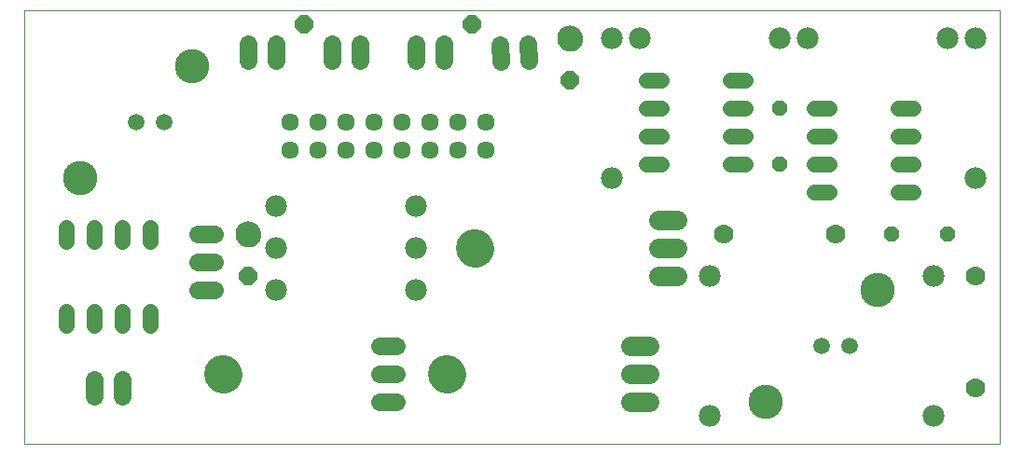
<source format=gbs>
G75*
%MOIN*%
%OFA0B0*%
%FSLAX25Y25*%
%IPPOS*%
%LPD*%
%AMOC8*
5,1,8,0,0,1.08239X$1,22.5*
%
%ADD10C,0.00000*%
%ADD11C,0.09061*%
%ADD12C,0.05904*%
%ADD13C,0.12270*%
%ADD14C,0.05600*%
%ADD15C,0.06400*%
%ADD16C,0.13400*%
%ADD17C,0.06337*%
%ADD18C,0.07000*%
%ADD19OC8,0.05600*%
%ADD20C,0.07000*%
%ADD21C,0.07800*%
%ADD22OC8,0.06400*%
D10*
X0001500Y0003000D02*
X0001500Y0157961D01*
X0350201Y0157961D01*
X0350201Y0003000D01*
X0001500Y0003000D01*
X0066000Y0028000D02*
X0066002Y0028161D01*
X0066008Y0028321D01*
X0066018Y0028482D01*
X0066032Y0028642D01*
X0066050Y0028802D01*
X0066071Y0028961D01*
X0066097Y0029120D01*
X0066127Y0029278D01*
X0066160Y0029435D01*
X0066198Y0029592D01*
X0066239Y0029747D01*
X0066284Y0029901D01*
X0066333Y0030054D01*
X0066386Y0030206D01*
X0066442Y0030357D01*
X0066503Y0030506D01*
X0066566Y0030654D01*
X0066634Y0030800D01*
X0066705Y0030944D01*
X0066779Y0031086D01*
X0066857Y0031227D01*
X0066939Y0031365D01*
X0067024Y0031502D01*
X0067112Y0031636D01*
X0067204Y0031768D01*
X0067299Y0031898D01*
X0067397Y0032026D01*
X0067498Y0032151D01*
X0067602Y0032273D01*
X0067709Y0032393D01*
X0067819Y0032510D01*
X0067932Y0032625D01*
X0068048Y0032736D01*
X0068167Y0032845D01*
X0068288Y0032950D01*
X0068412Y0033053D01*
X0068538Y0033153D01*
X0068666Y0033249D01*
X0068797Y0033342D01*
X0068931Y0033432D01*
X0069066Y0033519D01*
X0069204Y0033602D01*
X0069343Y0033682D01*
X0069485Y0033758D01*
X0069628Y0033831D01*
X0069773Y0033900D01*
X0069920Y0033966D01*
X0070068Y0034028D01*
X0070218Y0034086D01*
X0070369Y0034141D01*
X0070522Y0034192D01*
X0070676Y0034239D01*
X0070831Y0034282D01*
X0070987Y0034321D01*
X0071143Y0034357D01*
X0071301Y0034388D01*
X0071459Y0034416D01*
X0071618Y0034440D01*
X0071778Y0034460D01*
X0071938Y0034476D01*
X0072098Y0034488D01*
X0072259Y0034496D01*
X0072420Y0034500D01*
X0072580Y0034500D01*
X0072741Y0034496D01*
X0072902Y0034488D01*
X0073062Y0034476D01*
X0073222Y0034460D01*
X0073382Y0034440D01*
X0073541Y0034416D01*
X0073699Y0034388D01*
X0073857Y0034357D01*
X0074013Y0034321D01*
X0074169Y0034282D01*
X0074324Y0034239D01*
X0074478Y0034192D01*
X0074631Y0034141D01*
X0074782Y0034086D01*
X0074932Y0034028D01*
X0075080Y0033966D01*
X0075227Y0033900D01*
X0075372Y0033831D01*
X0075515Y0033758D01*
X0075657Y0033682D01*
X0075796Y0033602D01*
X0075934Y0033519D01*
X0076069Y0033432D01*
X0076203Y0033342D01*
X0076334Y0033249D01*
X0076462Y0033153D01*
X0076588Y0033053D01*
X0076712Y0032950D01*
X0076833Y0032845D01*
X0076952Y0032736D01*
X0077068Y0032625D01*
X0077181Y0032510D01*
X0077291Y0032393D01*
X0077398Y0032273D01*
X0077502Y0032151D01*
X0077603Y0032026D01*
X0077701Y0031898D01*
X0077796Y0031768D01*
X0077888Y0031636D01*
X0077976Y0031502D01*
X0078061Y0031365D01*
X0078143Y0031227D01*
X0078221Y0031086D01*
X0078295Y0030944D01*
X0078366Y0030800D01*
X0078434Y0030654D01*
X0078497Y0030506D01*
X0078558Y0030357D01*
X0078614Y0030206D01*
X0078667Y0030054D01*
X0078716Y0029901D01*
X0078761Y0029747D01*
X0078802Y0029592D01*
X0078840Y0029435D01*
X0078873Y0029278D01*
X0078903Y0029120D01*
X0078929Y0028961D01*
X0078950Y0028802D01*
X0078968Y0028642D01*
X0078982Y0028482D01*
X0078992Y0028321D01*
X0078998Y0028161D01*
X0079000Y0028000D01*
X0078998Y0027839D01*
X0078992Y0027679D01*
X0078982Y0027518D01*
X0078968Y0027358D01*
X0078950Y0027198D01*
X0078929Y0027039D01*
X0078903Y0026880D01*
X0078873Y0026722D01*
X0078840Y0026565D01*
X0078802Y0026408D01*
X0078761Y0026253D01*
X0078716Y0026099D01*
X0078667Y0025946D01*
X0078614Y0025794D01*
X0078558Y0025643D01*
X0078497Y0025494D01*
X0078434Y0025346D01*
X0078366Y0025200D01*
X0078295Y0025056D01*
X0078221Y0024914D01*
X0078143Y0024773D01*
X0078061Y0024635D01*
X0077976Y0024498D01*
X0077888Y0024364D01*
X0077796Y0024232D01*
X0077701Y0024102D01*
X0077603Y0023974D01*
X0077502Y0023849D01*
X0077398Y0023727D01*
X0077291Y0023607D01*
X0077181Y0023490D01*
X0077068Y0023375D01*
X0076952Y0023264D01*
X0076833Y0023155D01*
X0076712Y0023050D01*
X0076588Y0022947D01*
X0076462Y0022847D01*
X0076334Y0022751D01*
X0076203Y0022658D01*
X0076069Y0022568D01*
X0075934Y0022481D01*
X0075796Y0022398D01*
X0075657Y0022318D01*
X0075515Y0022242D01*
X0075372Y0022169D01*
X0075227Y0022100D01*
X0075080Y0022034D01*
X0074932Y0021972D01*
X0074782Y0021914D01*
X0074631Y0021859D01*
X0074478Y0021808D01*
X0074324Y0021761D01*
X0074169Y0021718D01*
X0074013Y0021679D01*
X0073857Y0021643D01*
X0073699Y0021612D01*
X0073541Y0021584D01*
X0073382Y0021560D01*
X0073222Y0021540D01*
X0073062Y0021524D01*
X0072902Y0021512D01*
X0072741Y0021504D01*
X0072580Y0021500D01*
X0072420Y0021500D01*
X0072259Y0021504D01*
X0072098Y0021512D01*
X0071938Y0021524D01*
X0071778Y0021540D01*
X0071618Y0021560D01*
X0071459Y0021584D01*
X0071301Y0021612D01*
X0071143Y0021643D01*
X0070987Y0021679D01*
X0070831Y0021718D01*
X0070676Y0021761D01*
X0070522Y0021808D01*
X0070369Y0021859D01*
X0070218Y0021914D01*
X0070068Y0021972D01*
X0069920Y0022034D01*
X0069773Y0022100D01*
X0069628Y0022169D01*
X0069485Y0022242D01*
X0069343Y0022318D01*
X0069204Y0022398D01*
X0069066Y0022481D01*
X0068931Y0022568D01*
X0068797Y0022658D01*
X0068666Y0022751D01*
X0068538Y0022847D01*
X0068412Y0022947D01*
X0068288Y0023050D01*
X0068167Y0023155D01*
X0068048Y0023264D01*
X0067932Y0023375D01*
X0067819Y0023490D01*
X0067709Y0023607D01*
X0067602Y0023727D01*
X0067498Y0023849D01*
X0067397Y0023974D01*
X0067299Y0024102D01*
X0067204Y0024232D01*
X0067112Y0024364D01*
X0067024Y0024498D01*
X0066939Y0024635D01*
X0066857Y0024773D01*
X0066779Y0024914D01*
X0066705Y0025056D01*
X0066634Y0025200D01*
X0066566Y0025346D01*
X0066503Y0025494D01*
X0066442Y0025643D01*
X0066386Y0025794D01*
X0066333Y0025946D01*
X0066284Y0026099D01*
X0066239Y0026253D01*
X0066198Y0026408D01*
X0066160Y0026565D01*
X0066127Y0026722D01*
X0066097Y0026880D01*
X0066071Y0027039D01*
X0066050Y0027198D01*
X0066032Y0027358D01*
X0066018Y0027518D01*
X0066008Y0027679D01*
X0066002Y0027839D01*
X0066000Y0028000D01*
X0146000Y0028000D02*
X0146002Y0028161D01*
X0146008Y0028321D01*
X0146018Y0028482D01*
X0146032Y0028642D01*
X0146050Y0028802D01*
X0146071Y0028961D01*
X0146097Y0029120D01*
X0146127Y0029278D01*
X0146160Y0029435D01*
X0146198Y0029592D01*
X0146239Y0029747D01*
X0146284Y0029901D01*
X0146333Y0030054D01*
X0146386Y0030206D01*
X0146442Y0030357D01*
X0146503Y0030506D01*
X0146566Y0030654D01*
X0146634Y0030800D01*
X0146705Y0030944D01*
X0146779Y0031086D01*
X0146857Y0031227D01*
X0146939Y0031365D01*
X0147024Y0031502D01*
X0147112Y0031636D01*
X0147204Y0031768D01*
X0147299Y0031898D01*
X0147397Y0032026D01*
X0147498Y0032151D01*
X0147602Y0032273D01*
X0147709Y0032393D01*
X0147819Y0032510D01*
X0147932Y0032625D01*
X0148048Y0032736D01*
X0148167Y0032845D01*
X0148288Y0032950D01*
X0148412Y0033053D01*
X0148538Y0033153D01*
X0148666Y0033249D01*
X0148797Y0033342D01*
X0148931Y0033432D01*
X0149066Y0033519D01*
X0149204Y0033602D01*
X0149343Y0033682D01*
X0149485Y0033758D01*
X0149628Y0033831D01*
X0149773Y0033900D01*
X0149920Y0033966D01*
X0150068Y0034028D01*
X0150218Y0034086D01*
X0150369Y0034141D01*
X0150522Y0034192D01*
X0150676Y0034239D01*
X0150831Y0034282D01*
X0150987Y0034321D01*
X0151143Y0034357D01*
X0151301Y0034388D01*
X0151459Y0034416D01*
X0151618Y0034440D01*
X0151778Y0034460D01*
X0151938Y0034476D01*
X0152098Y0034488D01*
X0152259Y0034496D01*
X0152420Y0034500D01*
X0152580Y0034500D01*
X0152741Y0034496D01*
X0152902Y0034488D01*
X0153062Y0034476D01*
X0153222Y0034460D01*
X0153382Y0034440D01*
X0153541Y0034416D01*
X0153699Y0034388D01*
X0153857Y0034357D01*
X0154013Y0034321D01*
X0154169Y0034282D01*
X0154324Y0034239D01*
X0154478Y0034192D01*
X0154631Y0034141D01*
X0154782Y0034086D01*
X0154932Y0034028D01*
X0155080Y0033966D01*
X0155227Y0033900D01*
X0155372Y0033831D01*
X0155515Y0033758D01*
X0155657Y0033682D01*
X0155796Y0033602D01*
X0155934Y0033519D01*
X0156069Y0033432D01*
X0156203Y0033342D01*
X0156334Y0033249D01*
X0156462Y0033153D01*
X0156588Y0033053D01*
X0156712Y0032950D01*
X0156833Y0032845D01*
X0156952Y0032736D01*
X0157068Y0032625D01*
X0157181Y0032510D01*
X0157291Y0032393D01*
X0157398Y0032273D01*
X0157502Y0032151D01*
X0157603Y0032026D01*
X0157701Y0031898D01*
X0157796Y0031768D01*
X0157888Y0031636D01*
X0157976Y0031502D01*
X0158061Y0031365D01*
X0158143Y0031227D01*
X0158221Y0031086D01*
X0158295Y0030944D01*
X0158366Y0030800D01*
X0158434Y0030654D01*
X0158497Y0030506D01*
X0158558Y0030357D01*
X0158614Y0030206D01*
X0158667Y0030054D01*
X0158716Y0029901D01*
X0158761Y0029747D01*
X0158802Y0029592D01*
X0158840Y0029435D01*
X0158873Y0029278D01*
X0158903Y0029120D01*
X0158929Y0028961D01*
X0158950Y0028802D01*
X0158968Y0028642D01*
X0158982Y0028482D01*
X0158992Y0028321D01*
X0158998Y0028161D01*
X0159000Y0028000D01*
X0158998Y0027839D01*
X0158992Y0027679D01*
X0158982Y0027518D01*
X0158968Y0027358D01*
X0158950Y0027198D01*
X0158929Y0027039D01*
X0158903Y0026880D01*
X0158873Y0026722D01*
X0158840Y0026565D01*
X0158802Y0026408D01*
X0158761Y0026253D01*
X0158716Y0026099D01*
X0158667Y0025946D01*
X0158614Y0025794D01*
X0158558Y0025643D01*
X0158497Y0025494D01*
X0158434Y0025346D01*
X0158366Y0025200D01*
X0158295Y0025056D01*
X0158221Y0024914D01*
X0158143Y0024773D01*
X0158061Y0024635D01*
X0157976Y0024498D01*
X0157888Y0024364D01*
X0157796Y0024232D01*
X0157701Y0024102D01*
X0157603Y0023974D01*
X0157502Y0023849D01*
X0157398Y0023727D01*
X0157291Y0023607D01*
X0157181Y0023490D01*
X0157068Y0023375D01*
X0156952Y0023264D01*
X0156833Y0023155D01*
X0156712Y0023050D01*
X0156588Y0022947D01*
X0156462Y0022847D01*
X0156334Y0022751D01*
X0156203Y0022658D01*
X0156069Y0022568D01*
X0155934Y0022481D01*
X0155796Y0022398D01*
X0155657Y0022318D01*
X0155515Y0022242D01*
X0155372Y0022169D01*
X0155227Y0022100D01*
X0155080Y0022034D01*
X0154932Y0021972D01*
X0154782Y0021914D01*
X0154631Y0021859D01*
X0154478Y0021808D01*
X0154324Y0021761D01*
X0154169Y0021718D01*
X0154013Y0021679D01*
X0153857Y0021643D01*
X0153699Y0021612D01*
X0153541Y0021584D01*
X0153382Y0021560D01*
X0153222Y0021540D01*
X0153062Y0021524D01*
X0152902Y0021512D01*
X0152741Y0021504D01*
X0152580Y0021500D01*
X0152420Y0021500D01*
X0152259Y0021504D01*
X0152098Y0021512D01*
X0151938Y0021524D01*
X0151778Y0021540D01*
X0151618Y0021560D01*
X0151459Y0021584D01*
X0151301Y0021612D01*
X0151143Y0021643D01*
X0150987Y0021679D01*
X0150831Y0021718D01*
X0150676Y0021761D01*
X0150522Y0021808D01*
X0150369Y0021859D01*
X0150218Y0021914D01*
X0150068Y0021972D01*
X0149920Y0022034D01*
X0149773Y0022100D01*
X0149628Y0022169D01*
X0149485Y0022242D01*
X0149343Y0022318D01*
X0149204Y0022398D01*
X0149066Y0022481D01*
X0148931Y0022568D01*
X0148797Y0022658D01*
X0148666Y0022751D01*
X0148538Y0022847D01*
X0148412Y0022947D01*
X0148288Y0023050D01*
X0148167Y0023155D01*
X0148048Y0023264D01*
X0147932Y0023375D01*
X0147819Y0023490D01*
X0147709Y0023607D01*
X0147602Y0023727D01*
X0147498Y0023849D01*
X0147397Y0023974D01*
X0147299Y0024102D01*
X0147204Y0024232D01*
X0147112Y0024364D01*
X0147024Y0024498D01*
X0146939Y0024635D01*
X0146857Y0024773D01*
X0146779Y0024914D01*
X0146705Y0025056D01*
X0146634Y0025200D01*
X0146566Y0025346D01*
X0146503Y0025494D01*
X0146442Y0025643D01*
X0146386Y0025794D01*
X0146333Y0025946D01*
X0146284Y0026099D01*
X0146239Y0026253D01*
X0146198Y0026408D01*
X0146160Y0026565D01*
X0146127Y0026722D01*
X0146097Y0026880D01*
X0146071Y0027039D01*
X0146050Y0027198D01*
X0146032Y0027358D01*
X0146018Y0027518D01*
X0146008Y0027679D01*
X0146002Y0027839D01*
X0146000Y0028000D01*
X0156000Y0073000D02*
X0156002Y0073161D01*
X0156008Y0073321D01*
X0156018Y0073482D01*
X0156032Y0073642D01*
X0156050Y0073802D01*
X0156071Y0073961D01*
X0156097Y0074120D01*
X0156127Y0074278D01*
X0156160Y0074435D01*
X0156198Y0074592D01*
X0156239Y0074747D01*
X0156284Y0074901D01*
X0156333Y0075054D01*
X0156386Y0075206D01*
X0156442Y0075357D01*
X0156503Y0075506D01*
X0156566Y0075654D01*
X0156634Y0075800D01*
X0156705Y0075944D01*
X0156779Y0076086D01*
X0156857Y0076227D01*
X0156939Y0076365D01*
X0157024Y0076502D01*
X0157112Y0076636D01*
X0157204Y0076768D01*
X0157299Y0076898D01*
X0157397Y0077026D01*
X0157498Y0077151D01*
X0157602Y0077273D01*
X0157709Y0077393D01*
X0157819Y0077510D01*
X0157932Y0077625D01*
X0158048Y0077736D01*
X0158167Y0077845D01*
X0158288Y0077950D01*
X0158412Y0078053D01*
X0158538Y0078153D01*
X0158666Y0078249D01*
X0158797Y0078342D01*
X0158931Y0078432D01*
X0159066Y0078519D01*
X0159204Y0078602D01*
X0159343Y0078682D01*
X0159485Y0078758D01*
X0159628Y0078831D01*
X0159773Y0078900D01*
X0159920Y0078966D01*
X0160068Y0079028D01*
X0160218Y0079086D01*
X0160369Y0079141D01*
X0160522Y0079192D01*
X0160676Y0079239D01*
X0160831Y0079282D01*
X0160987Y0079321D01*
X0161143Y0079357D01*
X0161301Y0079388D01*
X0161459Y0079416D01*
X0161618Y0079440D01*
X0161778Y0079460D01*
X0161938Y0079476D01*
X0162098Y0079488D01*
X0162259Y0079496D01*
X0162420Y0079500D01*
X0162580Y0079500D01*
X0162741Y0079496D01*
X0162902Y0079488D01*
X0163062Y0079476D01*
X0163222Y0079460D01*
X0163382Y0079440D01*
X0163541Y0079416D01*
X0163699Y0079388D01*
X0163857Y0079357D01*
X0164013Y0079321D01*
X0164169Y0079282D01*
X0164324Y0079239D01*
X0164478Y0079192D01*
X0164631Y0079141D01*
X0164782Y0079086D01*
X0164932Y0079028D01*
X0165080Y0078966D01*
X0165227Y0078900D01*
X0165372Y0078831D01*
X0165515Y0078758D01*
X0165657Y0078682D01*
X0165796Y0078602D01*
X0165934Y0078519D01*
X0166069Y0078432D01*
X0166203Y0078342D01*
X0166334Y0078249D01*
X0166462Y0078153D01*
X0166588Y0078053D01*
X0166712Y0077950D01*
X0166833Y0077845D01*
X0166952Y0077736D01*
X0167068Y0077625D01*
X0167181Y0077510D01*
X0167291Y0077393D01*
X0167398Y0077273D01*
X0167502Y0077151D01*
X0167603Y0077026D01*
X0167701Y0076898D01*
X0167796Y0076768D01*
X0167888Y0076636D01*
X0167976Y0076502D01*
X0168061Y0076365D01*
X0168143Y0076227D01*
X0168221Y0076086D01*
X0168295Y0075944D01*
X0168366Y0075800D01*
X0168434Y0075654D01*
X0168497Y0075506D01*
X0168558Y0075357D01*
X0168614Y0075206D01*
X0168667Y0075054D01*
X0168716Y0074901D01*
X0168761Y0074747D01*
X0168802Y0074592D01*
X0168840Y0074435D01*
X0168873Y0074278D01*
X0168903Y0074120D01*
X0168929Y0073961D01*
X0168950Y0073802D01*
X0168968Y0073642D01*
X0168982Y0073482D01*
X0168992Y0073321D01*
X0168998Y0073161D01*
X0169000Y0073000D01*
X0168998Y0072839D01*
X0168992Y0072679D01*
X0168982Y0072518D01*
X0168968Y0072358D01*
X0168950Y0072198D01*
X0168929Y0072039D01*
X0168903Y0071880D01*
X0168873Y0071722D01*
X0168840Y0071565D01*
X0168802Y0071408D01*
X0168761Y0071253D01*
X0168716Y0071099D01*
X0168667Y0070946D01*
X0168614Y0070794D01*
X0168558Y0070643D01*
X0168497Y0070494D01*
X0168434Y0070346D01*
X0168366Y0070200D01*
X0168295Y0070056D01*
X0168221Y0069914D01*
X0168143Y0069773D01*
X0168061Y0069635D01*
X0167976Y0069498D01*
X0167888Y0069364D01*
X0167796Y0069232D01*
X0167701Y0069102D01*
X0167603Y0068974D01*
X0167502Y0068849D01*
X0167398Y0068727D01*
X0167291Y0068607D01*
X0167181Y0068490D01*
X0167068Y0068375D01*
X0166952Y0068264D01*
X0166833Y0068155D01*
X0166712Y0068050D01*
X0166588Y0067947D01*
X0166462Y0067847D01*
X0166334Y0067751D01*
X0166203Y0067658D01*
X0166069Y0067568D01*
X0165934Y0067481D01*
X0165796Y0067398D01*
X0165657Y0067318D01*
X0165515Y0067242D01*
X0165372Y0067169D01*
X0165227Y0067100D01*
X0165080Y0067034D01*
X0164932Y0066972D01*
X0164782Y0066914D01*
X0164631Y0066859D01*
X0164478Y0066808D01*
X0164324Y0066761D01*
X0164169Y0066718D01*
X0164013Y0066679D01*
X0163857Y0066643D01*
X0163699Y0066612D01*
X0163541Y0066584D01*
X0163382Y0066560D01*
X0163222Y0066540D01*
X0163062Y0066524D01*
X0162902Y0066512D01*
X0162741Y0066504D01*
X0162580Y0066500D01*
X0162420Y0066500D01*
X0162259Y0066504D01*
X0162098Y0066512D01*
X0161938Y0066524D01*
X0161778Y0066540D01*
X0161618Y0066560D01*
X0161459Y0066584D01*
X0161301Y0066612D01*
X0161143Y0066643D01*
X0160987Y0066679D01*
X0160831Y0066718D01*
X0160676Y0066761D01*
X0160522Y0066808D01*
X0160369Y0066859D01*
X0160218Y0066914D01*
X0160068Y0066972D01*
X0159920Y0067034D01*
X0159773Y0067100D01*
X0159628Y0067169D01*
X0159485Y0067242D01*
X0159343Y0067318D01*
X0159204Y0067398D01*
X0159066Y0067481D01*
X0158931Y0067568D01*
X0158797Y0067658D01*
X0158666Y0067751D01*
X0158538Y0067847D01*
X0158412Y0067947D01*
X0158288Y0068050D01*
X0158167Y0068155D01*
X0158048Y0068264D01*
X0157932Y0068375D01*
X0157819Y0068490D01*
X0157709Y0068607D01*
X0157602Y0068727D01*
X0157498Y0068849D01*
X0157397Y0068974D01*
X0157299Y0069102D01*
X0157204Y0069232D01*
X0157112Y0069364D01*
X0157024Y0069498D01*
X0156939Y0069635D01*
X0156857Y0069773D01*
X0156779Y0069914D01*
X0156705Y0070056D01*
X0156634Y0070200D01*
X0156566Y0070346D01*
X0156503Y0070494D01*
X0156442Y0070643D01*
X0156386Y0070794D01*
X0156333Y0070946D01*
X0156284Y0071099D01*
X0156239Y0071253D01*
X0156198Y0071408D01*
X0156160Y0071565D01*
X0156127Y0071722D01*
X0156097Y0071880D01*
X0156071Y0072039D01*
X0156050Y0072198D01*
X0156032Y0072358D01*
X0156018Y0072518D01*
X0156008Y0072679D01*
X0156002Y0072839D01*
X0156000Y0073000D01*
X0077169Y0078000D02*
X0077171Y0078131D01*
X0077177Y0078263D01*
X0077187Y0078394D01*
X0077201Y0078525D01*
X0077219Y0078655D01*
X0077241Y0078784D01*
X0077266Y0078913D01*
X0077296Y0079041D01*
X0077330Y0079168D01*
X0077367Y0079295D01*
X0077408Y0079419D01*
X0077453Y0079543D01*
X0077502Y0079665D01*
X0077554Y0079786D01*
X0077610Y0079904D01*
X0077670Y0080022D01*
X0077733Y0080137D01*
X0077800Y0080250D01*
X0077870Y0080362D01*
X0077943Y0080471D01*
X0078019Y0080577D01*
X0078099Y0080682D01*
X0078182Y0080784D01*
X0078268Y0080883D01*
X0078357Y0080980D01*
X0078449Y0081074D01*
X0078544Y0081165D01*
X0078641Y0081254D01*
X0078741Y0081339D01*
X0078844Y0081421D01*
X0078949Y0081500D01*
X0079056Y0081576D01*
X0079166Y0081648D01*
X0079278Y0081717D01*
X0079392Y0081783D01*
X0079507Y0081845D01*
X0079625Y0081904D01*
X0079744Y0081959D01*
X0079865Y0082011D01*
X0079988Y0082058D01*
X0080112Y0082102D01*
X0080237Y0082143D01*
X0080363Y0082179D01*
X0080491Y0082212D01*
X0080619Y0082240D01*
X0080748Y0082265D01*
X0080878Y0082286D01*
X0081008Y0082303D01*
X0081139Y0082316D01*
X0081270Y0082325D01*
X0081401Y0082330D01*
X0081533Y0082331D01*
X0081664Y0082328D01*
X0081796Y0082321D01*
X0081927Y0082310D01*
X0082057Y0082295D01*
X0082187Y0082276D01*
X0082317Y0082253D01*
X0082445Y0082227D01*
X0082573Y0082196D01*
X0082700Y0082161D01*
X0082826Y0082123D01*
X0082950Y0082081D01*
X0083074Y0082035D01*
X0083195Y0081985D01*
X0083315Y0081932D01*
X0083434Y0081875D01*
X0083551Y0081815D01*
X0083665Y0081751D01*
X0083778Y0081683D01*
X0083889Y0081612D01*
X0083998Y0081538D01*
X0084104Y0081461D01*
X0084208Y0081380D01*
X0084309Y0081297D01*
X0084408Y0081210D01*
X0084504Y0081120D01*
X0084597Y0081027D01*
X0084688Y0080932D01*
X0084775Y0080834D01*
X0084860Y0080733D01*
X0084941Y0080630D01*
X0085019Y0080524D01*
X0085094Y0080416D01*
X0085166Y0080306D01*
X0085234Y0080194D01*
X0085299Y0080080D01*
X0085360Y0079963D01*
X0085418Y0079845D01*
X0085472Y0079725D01*
X0085523Y0079604D01*
X0085570Y0079481D01*
X0085613Y0079357D01*
X0085652Y0079232D01*
X0085688Y0079105D01*
X0085719Y0078977D01*
X0085747Y0078849D01*
X0085771Y0078720D01*
X0085791Y0078590D01*
X0085807Y0078459D01*
X0085819Y0078328D01*
X0085827Y0078197D01*
X0085831Y0078066D01*
X0085831Y0077934D01*
X0085827Y0077803D01*
X0085819Y0077672D01*
X0085807Y0077541D01*
X0085791Y0077410D01*
X0085771Y0077280D01*
X0085747Y0077151D01*
X0085719Y0077023D01*
X0085688Y0076895D01*
X0085652Y0076768D01*
X0085613Y0076643D01*
X0085570Y0076519D01*
X0085523Y0076396D01*
X0085472Y0076275D01*
X0085418Y0076155D01*
X0085360Y0076037D01*
X0085299Y0075920D01*
X0085234Y0075806D01*
X0085166Y0075694D01*
X0085094Y0075584D01*
X0085019Y0075476D01*
X0084941Y0075370D01*
X0084860Y0075267D01*
X0084775Y0075166D01*
X0084688Y0075068D01*
X0084597Y0074973D01*
X0084504Y0074880D01*
X0084408Y0074790D01*
X0084309Y0074703D01*
X0084208Y0074620D01*
X0084104Y0074539D01*
X0083998Y0074462D01*
X0083889Y0074388D01*
X0083778Y0074317D01*
X0083666Y0074249D01*
X0083551Y0074185D01*
X0083434Y0074125D01*
X0083315Y0074068D01*
X0083195Y0074015D01*
X0083074Y0073965D01*
X0082950Y0073919D01*
X0082826Y0073877D01*
X0082700Y0073839D01*
X0082573Y0073804D01*
X0082445Y0073773D01*
X0082317Y0073747D01*
X0082187Y0073724D01*
X0082057Y0073705D01*
X0081927Y0073690D01*
X0081796Y0073679D01*
X0081664Y0073672D01*
X0081533Y0073669D01*
X0081401Y0073670D01*
X0081270Y0073675D01*
X0081139Y0073684D01*
X0081008Y0073697D01*
X0080878Y0073714D01*
X0080748Y0073735D01*
X0080619Y0073760D01*
X0080491Y0073788D01*
X0080363Y0073821D01*
X0080237Y0073857D01*
X0080112Y0073898D01*
X0079988Y0073942D01*
X0079865Y0073989D01*
X0079744Y0074041D01*
X0079625Y0074096D01*
X0079507Y0074155D01*
X0079392Y0074217D01*
X0079278Y0074283D01*
X0079166Y0074352D01*
X0079056Y0074424D01*
X0078949Y0074500D01*
X0078844Y0074579D01*
X0078741Y0074661D01*
X0078641Y0074746D01*
X0078544Y0074835D01*
X0078449Y0074926D01*
X0078357Y0075020D01*
X0078268Y0075117D01*
X0078182Y0075216D01*
X0078099Y0075318D01*
X0078019Y0075423D01*
X0077943Y0075529D01*
X0077870Y0075638D01*
X0077800Y0075750D01*
X0077733Y0075863D01*
X0077670Y0075978D01*
X0077610Y0076096D01*
X0077554Y0076214D01*
X0077502Y0076335D01*
X0077453Y0076457D01*
X0077408Y0076581D01*
X0077367Y0076705D01*
X0077330Y0076832D01*
X0077296Y0076959D01*
X0077266Y0077087D01*
X0077241Y0077216D01*
X0077219Y0077345D01*
X0077201Y0077475D01*
X0077187Y0077606D01*
X0077177Y0077737D01*
X0077171Y0077869D01*
X0077169Y0078000D01*
X0192169Y0148000D02*
X0192171Y0148131D01*
X0192177Y0148263D01*
X0192187Y0148394D01*
X0192201Y0148525D01*
X0192219Y0148655D01*
X0192241Y0148784D01*
X0192266Y0148913D01*
X0192296Y0149041D01*
X0192330Y0149168D01*
X0192367Y0149295D01*
X0192408Y0149419D01*
X0192453Y0149543D01*
X0192502Y0149665D01*
X0192554Y0149786D01*
X0192610Y0149904D01*
X0192670Y0150022D01*
X0192733Y0150137D01*
X0192800Y0150250D01*
X0192870Y0150362D01*
X0192943Y0150471D01*
X0193019Y0150577D01*
X0193099Y0150682D01*
X0193182Y0150784D01*
X0193268Y0150883D01*
X0193357Y0150980D01*
X0193449Y0151074D01*
X0193544Y0151165D01*
X0193641Y0151254D01*
X0193741Y0151339D01*
X0193844Y0151421D01*
X0193949Y0151500D01*
X0194056Y0151576D01*
X0194166Y0151648D01*
X0194278Y0151717D01*
X0194392Y0151783D01*
X0194507Y0151845D01*
X0194625Y0151904D01*
X0194744Y0151959D01*
X0194865Y0152011D01*
X0194988Y0152058D01*
X0195112Y0152102D01*
X0195237Y0152143D01*
X0195363Y0152179D01*
X0195491Y0152212D01*
X0195619Y0152240D01*
X0195748Y0152265D01*
X0195878Y0152286D01*
X0196008Y0152303D01*
X0196139Y0152316D01*
X0196270Y0152325D01*
X0196401Y0152330D01*
X0196533Y0152331D01*
X0196664Y0152328D01*
X0196796Y0152321D01*
X0196927Y0152310D01*
X0197057Y0152295D01*
X0197187Y0152276D01*
X0197317Y0152253D01*
X0197445Y0152227D01*
X0197573Y0152196D01*
X0197700Y0152161D01*
X0197826Y0152123D01*
X0197950Y0152081D01*
X0198074Y0152035D01*
X0198195Y0151985D01*
X0198315Y0151932D01*
X0198434Y0151875D01*
X0198551Y0151815D01*
X0198665Y0151751D01*
X0198778Y0151683D01*
X0198889Y0151612D01*
X0198998Y0151538D01*
X0199104Y0151461D01*
X0199208Y0151380D01*
X0199309Y0151297D01*
X0199408Y0151210D01*
X0199504Y0151120D01*
X0199597Y0151027D01*
X0199688Y0150932D01*
X0199775Y0150834D01*
X0199860Y0150733D01*
X0199941Y0150630D01*
X0200019Y0150524D01*
X0200094Y0150416D01*
X0200166Y0150306D01*
X0200234Y0150194D01*
X0200299Y0150080D01*
X0200360Y0149963D01*
X0200418Y0149845D01*
X0200472Y0149725D01*
X0200523Y0149604D01*
X0200570Y0149481D01*
X0200613Y0149357D01*
X0200652Y0149232D01*
X0200688Y0149105D01*
X0200719Y0148977D01*
X0200747Y0148849D01*
X0200771Y0148720D01*
X0200791Y0148590D01*
X0200807Y0148459D01*
X0200819Y0148328D01*
X0200827Y0148197D01*
X0200831Y0148066D01*
X0200831Y0147934D01*
X0200827Y0147803D01*
X0200819Y0147672D01*
X0200807Y0147541D01*
X0200791Y0147410D01*
X0200771Y0147280D01*
X0200747Y0147151D01*
X0200719Y0147023D01*
X0200688Y0146895D01*
X0200652Y0146768D01*
X0200613Y0146643D01*
X0200570Y0146519D01*
X0200523Y0146396D01*
X0200472Y0146275D01*
X0200418Y0146155D01*
X0200360Y0146037D01*
X0200299Y0145920D01*
X0200234Y0145806D01*
X0200166Y0145694D01*
X0200094Y0145584D01*
X0200019Y0145476D01*
X0199941Y0145370D01*
X0199860Y0145267D01*
X0199775Y0145166D01*
X0199688Y0145068D01*
X0199597Y0144973D01*
X0199504Y0144880D01*
X0199408Y0144790D01*
X0199309Y0144703D01*
X0199208Y0144620D01*
X0199104Y0144539D01*
X0198998Y0144462D01*
X0198889Y0144388D01*
X0198778Y0144317D01*
X0198666Y0144249D01*
X0198551Y0144185D01*
X0198434Y0144125D01*
X0198315Y0144068D01*
X0198195Y0144015D01*
X0198074Y0143965D01*
X0197950Y0143919D01*
X0197826Y0143877D01*
X0197700Y0143839D01*
X0197573Y0143804D01*
X0197445Y0143773D01*
X0197317Y0143747D01*
X0197187Y0143724D01*
X0197057Y0143705D01*
X0196927Y0143690D01*
X0196796Y0143679D01*
X0196664Y0143672D01*
X0196533Y0143669D01*
X0196401Y0143670D01*
X0196270Y0143675D01*
X0196139Y0143684D01*
X0196008Y0143697D01*
X0195878Y0143714D01*
X0195748Y0143735D01*
X0195619Y0143760D01*
X0195491Y0143788D01*
X0195363Y0143821D01*
X0195237Y0143857D01*
X0195112Y0143898D01*
X0194988Y0143942D01*
X0194865Y0143989D01*
X0194744Y0144041D01*
X0194625Y0144096D01*
X0194507Y0144155D01*
X0194392Y0144217D01*
X0194278Y0144283D01*
X0194166Y0144352D01*
X0194056Y0144424D01*
X0193949Y0144500D01*
X0193844Y0144579D01*
X0193741Y0144661D01*
X0193641Y0144746D01*
X0193544Y0144835D01*
X0193449Y0144926D01*
X0193357Y0145020D01*
X0193268Y0145117D01*
X0193182Y0145216D01*
X0193099Y0145318D01*
X0193019Y0145423D01*
X0192943Y0145529D01*
X0192870Y0145638D01*
X0192800Y0145750D01*
X0192733Y0145863D01*
X0192670Y0145978D01*
X0192610Y0146096D01*
X0192554Y0146214D01*
X0192502Y0146335D01*
X0192453Y0146457D01*
X0192408Y0146581D01*
X0192367Y0146705D01*
X0192330Y0146832D01*
X0192296Y0146959D01*
X0192266Y0147087D01*
X0192241Y0147216D01*
X0192219Y0147345D01*
X0192201Y0147475D01*
X0192187Y0147606D01*
X0192177Y0147737D01*
X0192171Y0147869D01*
X0192169Y0148000D01*
D11*
X0196500Y0148000D03*
X0081500Y0078000D03*
D12*
X0051500Y0118000D03*
X0041500Y0118000D03*
X0286500Y0038000D03*
X0296500Y0038000D03*
D13*
X0266500Y0018000D03*
X0306500Y0058000D03*
X0061500Y0138000D03*
X0021500Y0098000D03*
D14*
X0016500Y0080600D02*
X0016500Y0075400D01*
X0026500Y0075400D02*
X0026500Y0080600D01*
X0036500Y0080600D02*
X0036500Y0075400D01*
X0046500Y0075400D02*
X0046500Y0080600D01*
X0046500Y0050600D02*
X0046500Y0045400D01*
X0036500Y0045400D02*
X0036500Y0050600D01*
X0026500Y0050600D02*
X0026500Y0045400D01*
X0016500Y0045400D02*
X0016500Y0050600D01*
X0223900Y0103000D02*
X0229100Y0103000D01*
X0229100Y0113000D02*
X0223900Y0113000D01*
X0223900Y0123000D02*
X0229100Y0123000D01*
X0229100Y0133000D02*
X0223900Y0133000D01*
X0253900Y0133000D02*
X0259100Y0133000D01*
X0259100Y0123000D02*
X0253900Y0123000D01*
X0253900Y0113000D02*
X0259100Y0113000D01*
X0259100Y0103000D02*
X0253900Y0103000D01*
X0283900Y0103000D02*
X0289100Y0103000D01*
X0289100Y0093000D02*
X0283900Y0093000D01*
X0313900Y0093000D02*
X0319100Y0093000D01*
X0319100Y0103000D02*
X0313900Y0103000D01*
X0313900Y0113000D02*
X0319100Y0113000D01*
X0319100Y0123000D02*
X0313900Y0123000D01*
X0289100Y0123000D02*
X0283900Y0123000D01*
X0283900Y0113000D02*
X0289100Y0113000D01*
D15*
X0181626Y0140221D02*
X0181364Y0146215D01*
X0171374Y0145779D02*
X0171636Y0139785D01*
X0151500Y0140000D02*
X0151500Y0146000D01*
X0141500Y0146000D02*
X0141500Y0140000D01*
X0121500Y0140000D02*
X0121500Y0146000D01*
X0111500Y0146000D02*
X0111500Y0140000D01*
X0091500Y0140000D02*
X0091500Y0146000D01*
X0081500Y0146000D02*
X0081500Y0140000D01*
X0069500Y0078000D02*
X0063500Y0078000D01*
X0063500Y0068000D02*
X0069500Y0068000D01*
X0069500Y0058000D02*
X0063500Y0058000D01*
X0128500Y0038000D02*
X0134500Y0038000D01*
X0134500Y0028000D02*
X0128500Y0028000D01*
X0128500Y0018000D02*
X0134500Y0018000D01*
X0036500Y0020000D02*
X0036500Y0026000D01*
X0026500Y0026000D02*
X0026500Y0020000D01*
D16*
X0072500Y0028000D03*
X0152500Y0028000D03*
X0162500Y0073000D03*
D17*
X0166500Y0108000D03*
X0156500Y0108000D03*
X0146500Y0108000D03*
X0136500Y0108000D03*
X0126500Y0108000D03*
X0116500Y0108000D03*
X0106500Y0108000D03*
X0096500Y0108000D03*
X0096500Y0118000D03*
X0106500Y0118000D03*
X0116500Y0118000D03*
X0126500Y0118000D03*
X0136500Y0118000D03*
X0146500Y0118000D03*
X0156500Y0118000D03*
X0166500Y0118000D03*
D18*
X0251500Y0078000D03*
X0291500Y0078000D03*
X0341500Y0063000D03*
X0341500Y0023000D03*
D19*
X0331500Y0078000D03*
X0311500Y0078000D03*
X0271500Y0103000D03*
X0271500Y0123000D03*
D20*
X0234800Y0083000D02*
X0228200Y0083000D01*
X0228200Y0073000D02*
X0234800Y0073000D01*
X0234800Y0063000D02*
X0228200Y0063000D01*
X0224800Y0038000D02*
X0218200Y0038000D01*
X0218200Y0028000D02*
X0224800Y0028000D01*
X0224800Y0018000D02*
X0218200Y0018000D01*
D21*
X0246500Y0013000D03*
X0326500Y0013000D03*
X0326500Y0063000D03*
X0341500Y0098000D03*
X0246500Y0063000D03*
X0211500Y0098000D03*
X0141500Y0088000D03*
X0141500Y0073000D03*
X0141500Y0058000D03*
X0091500Y0058000D03*
X0091500Y0073000D03*
X0091500Y0088000D03*
X0211500Y0148000D03*
X0221500Y0148000D03*
X0271500Y0148000D03*
X0281500Y0148000D03*
X0331500Y0148000D03*
X0341500Y0148000D03*
D22*
X0196500Y0133000D03*
X0161500Y0153000D03*
X0101500Y0153000D03*
X0081500Y0063000D03*
M02*

</source>
